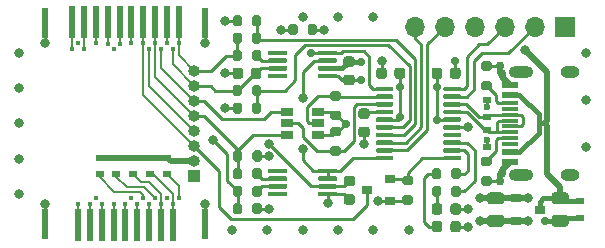
<source format=gbr>
%TF.GenerationSoftware,KiCad,Pcbnew,5.1.9-73d0e3b20d~88~ubuntu20.04.1*%
%TF.CreationDate,2021-05-17T23:31:09+02:00*%
%TF.ProjectId,wally,77616c6c-792e-46b6-9963-61645f706362,v1.02*%
%TF.SameCoordinates,Original*%
%TF.FileFunction,Copper,L1,Top*%
%TF.FilePolarity,Positive*%
%FSLAX46Y46*%
G04 Gerber Fmt 4.6, Leading zero omitted, Abs format (unit mm)*
G04 Created by KiCad (PCBNEW 5.1.9-73d0e3b20d~88~ubuntu20.04.1) date 2021-05-17 23:31:09*
%MOMM*%
%LPD*%
G01*
G04 APERTURE LIST*
%TA.AperFunction,ComponentPad*%
%ADD10O,1.600000X1.000000*%
%TD*%
%TA.AperFunction,ComponentPad*%
%ADD11O,2.100000X1.000000*%
%TD*%
%TA.AperFunction,SMDPad,CuDef*%
%ADD12R,1.450000X0.300000*%
%TD*%
%TA.AperFunction,SMDPad,CuDef*%
%ADD13R,1.450000X0.600000*%
%TD*%
%TA.AperFunction,SMDPad,CuDef*%
%ADD14R,0.900000X0.800000*%
%TD*%
%TA.AperFunction,SMDPad,CuDef*%
%ADD15R,0.600000X2.600000*%
%TD*%
%TA.AperFunction,SMDPad,CuDef*%
%ADD16R,0.500000X2.800000*%
%TD*%
%TA.AperFunction,ComponentPad*%
%ADD17R,1.000000X1.000000*%
%TD*%
%TA.AperFunction,ComponentPad*%
%ADD18O,1.000000X1.000000*%
%TD*%
%TA.AperFunction,SMDPad,CuDef*%
%ADD19R,0.700000X0.600000*%
%TD*%
%TA.AperFunction,ComponentPad*%
%ADD20R,1.700000X1.700000*%
%TD*%
%TA.AperFunction,ComponentPad*%
%ADD21O,1.700000X1.700000*%
%TD*%
%TA.AperFunction,SMDPad,CuDef*%
%ADD22R,1.000000X0.700000*%
%TD*%
%TA.AperFunction,ViaPad*%
%ADD23C,0.400000*%
%TD*%
%TA.AperFunction,ViaPad*%
%ADD24C,0.800000*%
%TD*%
%TA.AperFunction,ViaPad*%
%ADD25C,0.700000*%
%TD*%
%TA.AperFunction,ViaPad*%
%ADD26C,0.750000*%
%TD*%
%TA.AperFunction,ViaPad*%
%ADD27C,0.600000*%
%TD*%
%TA.AperFunction,Conductor*%
%ADD28C,0.200000*%
%TD*%
%TA.AperFunction,Conductor*%
%ADD29C,0.500000*%
%TD*%
%TA.AperFunction,Conductor*%
%ADD30C,0.400000*%
%TD*%
%TA.AperFunction,Conductor*%
%ADD31C,0.250000*%
%TD*%
%TA.AperFunction,Conductor*%
%ADD32C,0.450000*%
%TD*%
G04 APERTURE END LIST*
D10*
%TO.P,J1,S3*%
%TO.N,N/C*%
X172650000Y-95680000D03*
%TO.P,J1,S4*%
X172650000Y-104320000D03*
D11*
%TO.P,J1,S1*%
X168470000Y-104320000D03*
%TO.P,J1,S2*%
X168470000Y-95680000D03*
D12*
%TO.P,J1,A6*%
%TO.N,usb_dp*%
X167555000Y-100250000D03*
%TO.P,J1,B5*%
%TO.N,Net-(J1-PadB5)*%
X167555000Y-98250000D03*
%TO.P,J1,A8*%
%TO.N,N/C*%
X167555000Y-98750000D03*
%TO.P,J1,B6*%
%TO.N,usb_dp*%
X167555000Y-99250000D03*
%TO.P,J1,A7*%
%TO.N,usb_dm*%
X167555000Y-99750000D03*
%TO.P,J1,B7*%
X167555000Y-100750000D03*
%TO.P,J1,A5*%
%TO.N,Net-(J1-PadA5)*%
X167555000Y-101250000D03*
%TO.P,J1,B8*%
%TO.N,N/C*%
X167555000Y-101750000D03*
D13*
%TO.P,J1,A12*%
%TO.N,GND*%
X167555000Y-96750000D03*
%TO.P,J1,B4*%
%TO.N,+5V*%
X167555000Y-97550000D03*
%TO.P,J1,A4*%
X167555000Y-102450000D03*
%TO.P,J1,A1*%
%TO.N,GND*%
X167555000Y-103250000D03*
%TO.P,J1,B12*%
X167555000Y-103250000D03*
%TO.P,J1,B9*%
%TO.N,+5V*%
X167555000Y-102450000D03*
%TO.P,J1,A9*%
X167555000Y-97550000D03*
%TO.P,J1,B1*%
%TO.N,GND*%
X167555000Y-96750000D03*
%TD*%
D14*
%TO.P,Q4,1*%
%TO.N,+3V3*%
X157430000Y-106600000D03*
%TO.P,Q4,2*%
%TO.N,hdmi_cec_in*%
X157430000Y-104700000D03*
%TO.P,Q4,3*%
%TO.N,hdmi_cec*%
X155430000Y-105650000D03*
%TD*%
D15*
%TO.P,J2,SH*%
%TO.N,GND*%
X141775000Y-108500000D03*
X128225000Y-108500000D03*
D16*
%TO.P,J2,18*%
%TO.N,hdmi_5v*%
X139000000Y-108600000D03*
%TO.P,J2,16*%
%TO.N,hdmi_sda*%
X138000000Y-108600000D03*
%TO.P,J2,14*%
%TO.N,hdmi_utility*%
X137000000Y-108600000D03*
%TO.P,J2,12*%
%TO.N,Net-(J2-Pad12)*%
X136000000Y-108600000D03*
%TO.P,J2,10*%
%TO.N,Net-(J2-Pad10)*%
X135000000Y-108600000D03*
%TO.P,J2,8*%
%TO.N,GND*%
X134000000Y-108600000D03*
%TO.P,J2,6*%
%TO.N,Net-(J2-Pad6)*%
X133000000Y-108600000D03*
%TO.P,J2,4*%
%TO.N,Net-(J2-Pad4)*%
X132000000Y-108600000D03*
%TO.P,J2,2*%
%TO.N,GND*%
X131000000Y-108600000D03*
%TD*%
%TO.P,J3,1*%
%TO.N,Net-(J2-Pad1)*%
X130500000Y-91400000D03*
%TO.P,J3,3*%
%TO.N,Net-(J2-Pad3)*%
X131500000Y-91400000D03*
%TO.P,J3,5*%
%TO.N,GND*%
X132500000Y-91400000D03*
%TO.P,J3,7*%
%TO.N,Net-(J2-Pad7)*%
X133500000Y-91400000D03*
%TO.P,J3,9*%
%TO.N,Net-(J2-Pad9)*%
X134500000Y-91400000D03*
%TO.P,J3,11*%
%TO.N,GND*%
X135500000Y-91400000D03*
%TO.P,J3,13*%
%TO.N,hdmi_cec*%
X136500000Y-91400000D03*
%TO.P,J3,15*%
%TO.N,hdmi_scl*%
X137500000Y-91400000D03*
%TO.P,J3,17*%
%TO.N,GND*%
X138500000Y-91400000D03*
%TO.P,J3,19*%
%TO.N,hdmi_hpd*%
X139500000Y-91400000D03*
D15*
%TO.P,J3,SH*%
%TO.N,GND*%
X128225000Y-91500000D03*
X141775000Y-91500000D03*
%TD*%
%TO.P,C4,2*%
%TO.N,+5V*%
%TA.AperFunction,SMDPad,CuDef*%
G36*
G01*
X172275000Y-106840000D02*
X171325000Y-106840000D01*
G75*
G02*
X171075000Y-106590000I0J250000D01*
G01*
X171075000Y-106090000D01*
G75*
G02*
X171325000Y-105840000I250000J0D01*
G01*
X172275000Y-105840000D01*
G75*
G02*
X172525000Y-106090000I0J-250000D01*
G01*
X172525000Y-106590000D01*
G75*
G02*
X172275000Y-106840000I-250000J0D01*
G01*
G37*
%TD.AperFunction*%
%TO.P,C4,1*%
%TO.N,GND*%
%TA.AperFunction,SMDPad,CuDef*%
G36*
G01*
X172275000Y-108740000D02*
X171325000Y-108740000D01*
G75*
G02*
X171075000Y-108490000I0J250000D01*
G01*
X171075000Y-107990000D01*
G75*
G02*
X171325000Y-107740000I250000J0D01*
G01*
X172275000Y-107740000D01*
G75*
G02*
X172525000Y-107990000I0J-250000D01*
G01*
X172525000Y-108490000D01*
G75*
G02*
X172275000Y-108740000I-250000J0D01*
G01*
G37*
%TD.AperFunction*%
%TD*%
%TO.P,C5,1*%
%TO.N,+3V3*%
%TA.AperFunction,SMDPad,CuDef*%
G36*
G01*
X166815000Y-108740000D02*
X165865000Y-108740000D01*
G75*
G02*
X165615000Y-108490000I0J250000D01*
G01*
X165615000Y-107990000D01*
G75*
G02*
X165865000Y-107740000I250000J0D01*
G01*
X166815000Y-107740000D01*
G75*
G02*
X167065000Y-107990000I0J-250000D01*
G01*
X167065000Y-108490000D01*
G75*
G02*
X166815000Y-108740000I-250000J0D01*
G01*
G37*
%TD.AperFunction*%
%TO.P,C5,2*%
%TO.N,GND*%
%TA.AperFunction,SMDPad,CuDef*%
G36*
G01*
X166815000Y-106840000D02*
X165865000Y-106840000D01*
G75*
G02*
X165615000Y-106590000I0J250000D01*
G01*
X165615000Y-106090000D01*
G75*
G02*
X165865000Y-105840000I250000J0D01*
G01*
X166815000Y-105840000D01*
G75*
G02*
X167065000Y-106090000I0J-250000D01*
G01*
X167065000Y-106590000D01*
G75*
G02*
X166815000Y-106840000I-250000J0D01*
G01*
G37*
%TD.AperFunction*%
%TD*%
%TO.P,U1,20*%
%TO.N,swclk*%
%TA.AperFunction,SMDPad,CuDef*%
G36*
G01*
X161925000Y-97175000D02*
X161925000Y-96975000D01*
G75*
G02*
X162025000Y-96875000I100000J0D01*
G01*
X163300000Y-96875000D01*
G75*
G02*
X163400000Y-96975000I0J-100000D01*
G01*
X163400000Y-97175000D01*
G75*
G02*
X163300000Y-97275000I-100000J0D01*
G01*
X162025000Y-97275000D01*
G75*
G02*
X161925000Y-97175000I0J100000D01*
G01*
G37*
%TD.AperFunction*%
%TO.P,U1,19*%
%TO.N,swdio*%
%TA.AperFunction,SMDPad,CuDef*%
G36*
G01*
X161925000Y-97825000D02*
X161925000Y-97625000D01*
G75*
G02*
X162025000Y-97525000I100000J0D01*
G01*
X163300000Y-97525000D01*
G75*
G02*
X163400000Y-97625000I0J-100000D01*
G01*
X163400000Y-97825000D01*
G75*
G02*
X163300000Y-97925000I-100000J0D01*
G01*
X162025000Y-97925000D01*
G75*
G02*
X161925000Y-97825000I0J100000D01*
G01*
G37*
%TD.AperFunction*%
%TO.P,U1,18*%
%TO.N,usb_dp*%
%TA.AperFunction,SMDPad,CuDef*%
G36*
G01*
X161925000Y-98475000D02*
X161925000Y-98275000D01*
G75*
G02*
X162025000Y-98175000I100000J0D01*
G01*
X163300000Y-98175000D01*
G75*
G02*
X163400000Y-98275000I0J-100000D01*
G01*
X163400000Y-98475000D01*
G75*
G02*
X163300000Y-98575000I-100000J0D01*
G01*
X162025000Y-98575000D01*
G75*
G02*
X161925000Y-98475000I0J100000D01*
G01*
G37*
%TD.AperFunction*%
%TO.P,U1,17*%
%TO.N,usb_dm*%
%TA.AperFunction,SMDPad,CuDef*%
G36*
G01*
X161925000Y-99125000D02*
X161925000Y-98925000D01*
G75*
G02*
X162025000Y-98825000I100000J0D01*
G01*
X163300000Y-98825000D01*
G75*
G02*
X163400000Y-98925000I0J-100000D01*
G01*
X163400000Y-99125000D01*
G75*
G02*
X163300000Y-99225000I-100000J0D01*
G01*
X162025000Y-99225000D01*
G75*
G02*
X161925000Y-99125000I0J100000D01*
G01*
G37*
%TD.AperFunction*%
%TO.P,U1,16*%
%TO.N,+3V3*%
%TA.AperFunction,SMDPad,CuDef*%
G36*
G01*
X161925000Y-99775000D02*
X161925000Y-99575000D01*
G75*
G02*
X162025000Y-99475000I100000J0D01*
G01*
X163300000Y-99475000D01*
G75*
G02*
X163400000Y-99575000I0J-100000D01*
G01*
X163400000Y-99775000D01*
G75*
G02*
X163300000Y-99875000I-100000J0D01*
G01*
X162025000Y-99875000D01*
G75*
G02*
X161925000Y-99775000I0J100000D01*
G01*
G37*
%TD.AperFunction*%
%TO.P,U1,15*%
%TO.N,GND*%
%TA.AperFunction,SMDPad,CuDef*%
G36*
G01*
X161925000Y-100425000D02*
X161925000Y-100225000D01*
G75*
G02*
X162025000Y-100125000I100000J0D01*
G01*
X163300000Y-100125000D01*
G75*
G02*
X163400000Y-100225000I0J-100000D01*
G01*
X163400000Y-100425000D01*
G75*
G02*
X163300000Y-100525000I-100000J0D01*
G01*
X162025000Y-100525000D01*
G75*
G02*
X161925000Y-100425000I0J100000D01*
G01*
G37*
%TD.AperFunction*%
%TO.P,U1,14*%
%TO.N,N/C*%
%TA.AperFunction,SMDPad,CuDef*%
G36*
G01*
X161925000Y-101075000D02*
X161925000Y-100875000D01*
G75*
G02*
X162025000Y-100775000I100000J0D01*
G01*
X163300000Y-100775000D01*
G75*
G02*
X163400000Y-100875000I0J-100000D01*
G01*
X163400000Y-101075000D01*
G75*
G02*
X163300000Y-101175000I-100000J0D01*
G01*
X162025000Y-101175000D01*
G75*
G02*
X161925000Y-101075000I0J100000D01*
G01*
G37*
%TD.AperFunction*%
%TO.P,U1,13*%
%TO.N,Net-(R12-Pad1)*%
%TA.AperFunction,SMDPad,CuDef*%
G36*
G01*
X161925000Y-101725000D02*
X161925000Y-101525000D01*
G75*
G02*
X162025000Y-101425000I100000J0D01*
G01*
X163300000Y-101425000D01*
G75*
G02*
X163400000Y-101525000I0J-100000D01*
G01*
X163400000Y-101725000D01*
G75*
G02*
X163300000Y-101825000I-100000J0D01*
G01*
X162025000Y-101825000D01*
G75*
G02*
X161925000Y-101725000I0J100000D01*
G01*
G37*
%TD.AperFunction*%
%TO.P,U1,12*%
%TO.N,Net-(R8-Pad1)*%
%TA.AperFunction,SMDPad,CuDef*%
G36*
G01*
X161925000Y-102375000D02*
X161925000Y-102175000D01*
G75*
G02*
X162025000Y-102075000I100000J0D01*
G01*
X163300000Y-102075000D01*
G75*
G02*
X163400000Y-102175000I0J-100000D01*
G01*
X163400000Y-102375000D01*
G75*
G02*
X163300000Y-102475000I-100000J0D01*
G01*
X162025000Y-102475000D01*
G75*
G02*
X161925000Y-102375000I0J100000D01*
G01*
G37*
%TD.AperFunction*%
%TO.P,U1,11*%
%TO.N,hdmi_cec_in*%
%TA.AperFunction,SMDPad,CuDef*%
G36*
G01*
X161925000Y-103025000D02*
X161925000Y-102825000D01*
G75*
G02*
X162025000Y-102725000I100000J0D01*
G01*
X163300000Y-102725000D01*
G75*
G02*
X163400000Y-102825000I0J-100000D01*
G01*
X163400000Y-103025000D01*
G75*
G02*
X163300000Y-103125000I-100000J0D01*
G01*
X162025000Y-103125000D01*
G75*
G02*
X161925000Y-103025000I0J100000D01*
G01*
G37*
%TD.AperFunction*%
%TO.P,U1,10*%
%TO.N,hdmi_5v_en*%
%TA.AperFunction,SMDPad,CuDef*%
G36*
G01*
X156200000Y-103025000D02*
X156200000Y-102825000D01*
G75*
G02*
X156300000Y-102725000I100000J0D01*
G01*
X157575000Y-102725000D01*
G75*
G02*
X157675000Y-102825000I0J-100000D01*
G01*
X157675000Y-103025000D01*
G75*
G02*
X157575000Y-103125000I-100000J0D01*
G01*
X156300000Y-103125000D01*
G75*
G02*
X156200000Y-103025000I0J100000D01*
G01*
G37*
%TD.AperFunction*%
%TO.P,U1,9*%
%TO.N,uart_rx*%
%TA.AperFunction,SMDPad,CuDef*%
G36*
G01*
X156200000Y-102375000D02*
X156200000Y-102175000D01*
G75*
G02*
X156300000Y-102075000I100000J0D01*
G01*
X157575000Y-102075000D01*
G75*
G02*
X157675000Y-102175000I0J-100000D01*
G01*
X157675000Y-102375000D01*
G75*
G02*
X157575000Y-102475000I-100000J0D01*
G01*
X156300000Y-102475000D01*
G75*
G02*
X156200000Y-102375000I0J100000D01*
G01*
G37*
%TD.AperFunction*%
%TO.P,U1,8*%
%TO.N,uart_tx*%
%TA.AperFunction,SMDPad,CuDef*%
G36*
G01*
X156200000Y-101725000D02*
X156200000Y-101525000D01*
G75*
G02*
X156300000Y-101425000I100000J0D01*
G01*
X157575000Y-101425000D01*
G75*
G02*
X157675000Y-101525000I0J-100000D01*
G01*
X157675000Y-101725000D01*
G75*
G02*
X157575000Y-101825000I-100000J0D01*
G01*
X156300000Y-101825000D01*
G75*
G02*
X156200000Y-101725000I0J100000D01*
G01*
G37*
%TD.AperFunction*%
%TO.P,U1,7*%
%TO.N,hdmi_hpd_in*%
%TA.AperFunction,SMDPad,CuDef*%
G36*
G01*
X156200000Y-101075000D02*
X156200000Y-100875000D01*
G75*
G02*
X156300000Y-100775000I100000J0D01*
G01*
X157575000Y-100775000D01*
G75*
G02*
X157675000Y-100875000I0J-100000D01*
G01*
X157675000Y-101075000D01*
G75*
G02*
X157575000Y-101175000I-100000J0D01*
G01*
X156300000Y-101175000D01*
G75*
G02*
X156200000Y-101075000I0J100000D01*
G01*
G37*
%TD.AperFunction*%
%TO.P,U1,6*%
%TO.N,hdmi_5v_in*%
%TA.AperFunction,SMDPad,CuDef*%
G36*
G01*
X156200000Y-100425000D02*
X156200000Y-100225000D01*
G75*
G02*
X156300000Y-100125000I100000J0D01*
G01*
X157575000Y-100125000D01*
G75*
G02*
X157675000Y-100225000I0J-100000D01*
G01*
X157675000Y-100425000D01*
G75*
G02*
X157575000Y-100525000I-100000J0D01*
G01*
X156300000Y-100525000D01*
G75*
G02*
X156200000Y-100425000I0J100000D01*
G01*
G37*
%TD.AperFunction*%
%TO.P,U1,5*%
%TO.N,+3V3*%
%TA.AperFunction,SMDPad,CuDef*%
G36*
G01*
X156200000Y-99775000D02*
X156200000Y-99575000D01*
G75*
G02*
X156300000Y-99475000I100000J0D01*
G01*
X157575000Y-99475000D01*
G75*
G02*
X157675000Y-99575000I0J-100000D01*
G01*
X157675000Y-99775000D01*
G75*
G02*
X157575000Y-99875000I-100000J0D01*
G01*
X156300000Y-99875000D01*
G75*
G02*
X156200000Y-99775000I0J100000D01*
G01*
G37*
%TD.AperFunction*%
%TO.P,U1,4*%
%TO.N,Net-(C1-Pad2)*%
%TA.AperFunction,SMDPad,CuDef*%
G36*
G01*
X156200000Y-99125000D02*
X156200000Y-98925000D01*
G75*
G02*
X156300000Y-98825000I100000J0D01*
G01*
X157575000Y-98825000D01*
G75*
G02*
X157675000Y-98925000I0J-100000D01*
G01*
X157675000Y-99125000D01*
G75*
G02*
X157575000Y-99225000I-100000J0D01*
G01*
X156300000Y-99225000D01*
G75*
G02*
X156200000Y-99125000I0J100000D01*
G01*
G37*
%TD.AperFunction*%
%TO.P,U1,3*%
%TO.N,i2c_scl*%
%TA.AperFunction,SMDPad,CuDef*%
G36*
G01*
X156200000Y-98475000D02*
X156200000Y-98275000D01*
G75*
G02*
X156300000Y-98175000I100000J0D01*
G01*
X157575000Y-98175000D01*
G75*
G02*
X157675000Y-98275000I0J-100000D01*
G01*
X157675000Y-98475000D01*
G75*
G02*
X157575000Y-98575000I-100000J0D01*
G01*
X156300000Y-98575000D01*
G75*
G02*
X156200000Y-98475000I0J100000D01*
G01*
G37*
%TD.AperFunction*%
%TO.P,U1,2*%
%TO.N,i2c_sda*%
%TA.AperFunction,SMDPad,CuDef*%
G36*
G01*
X156200000Y-97825000D02*
X156200000Y-97625000D01*
G75*
G02*
X156300000Y-97525000I100000J0D01*
G01*
X157575000Y-97525000D01*
G75*
G02*
X157675000Y-97625000I0J-100000D01*
G01*
X157675000Y-97825000D01*
G75*
G02*
X157575000Y-97925000I-100000J0D01*
G01*
X156300000Y-97925000D01*
G75*
G02*
X156200000Y-97825000I0J100000D01*
G01*
G37*
%TD.AperFunction*%
%TO.P,U1,1*%
%TO.N,hdmi_hpd_en*%
%TA.AperFunction,SMDPad,CuDef*%
G36*
G01*
X156200000Y-97175000D02*
X156200000Y-96975000D01*
G75*
G02*
X156300000Y-96875000I100000J0D01*
G01*
X157575000Y-96875000D01*
G75*
G02*
X157675000Y-96975000I0J-100000D01*
G01*
X157675000Y-97175000D01*
G75*
G02*
X157575000Y-97275000I-100000J0D01*
G01*
X156300000Y-97275000D01*
G75*
G02*
X156200000Y-97175000I0J100000D01*
G01*
G37*
%TD.AperFunction*%
%TD*%
D14*
%TO.P,U2,3*%
%TO.N,+5V*%
X170070000Y-107290000D03*
%TO.P,U2,2*%
%TO.N,+3V3*%
X168070000Y-108240000D03*
%TO.P,U2,1*%
%TO.N,GND*%
X168070000Y-106340000D03*
%TD*%
D17*
%TO.P,J5,1*%
%TO.N,+5V*%
X140830000Y-104447000D03*
D18*
%TO.P,J5,2*%
%TO.N,GND*%
X140830000Y-103177000D03*
%TO.P,J5,3*%
%TO.N,hdmi_cec*%
X140830000Y-101907000D03*
%TO.P,J5,4*%
%TO.N,hdmi_utility*%
X140830000Y-100637000D03*
%TO.P,J5,5*%
%TO.N,hdmi_scl*%
X140830000Y-99367000D03*
%TO.P,J5,6*%
%TO.N,hdmi_sda*%
X140830000Y-98097000D03*
%TO.P,J5,7*%
%TO.N,hdmi_5v*%
X140830000Y-96827000D03*
%TO.P,J5,8*%
%TO.N,hdmi_hpd*%
X140830000Y-95557000D03*
%TD*%
D19*
%TO.P,D2,2*%
%TO.N,GND*%
X165600000Y-98030000D03*
%TO.P,D2,1*%
%TO.N,usb_dp*%
X165600000Y-99430000D03*
%TD*%
%TO.P,D3,1*%
%TO.N,usb_dm*%
X165600000Y-100570000D03*
%TO.P,D3,2*%
%TO.N,GND*%
X165600000Y-101970000D03*
%TD*%
%TO.P,D5,2*%
%TO.N,GND*%
X173510000Y-107990000D03*
%TO.P,D5,1*%
%TO.N,+5V*%
X173510000Y-106590000D03*
%TD*%
D20*
%TO.P,J4,1*%
%TO.N,GND*%
X172200000Y-91800000D03*
D21*
%TO.P,J4,2*%
%TO.N,swdio*%
X169660000Y-91800000D03*
%TO.P,J4,3*%
%TO.N,swclk*%
X167120000Y-91800000D03*
%TO.P,J4,4*%
%TO.N,GND*%
X164580000Y-91800000D03*
%TO.P,J4,5*%
%TO.N,uart_rx*%
X162040000Y-91800000D03*
%TO.P,J4,6*%
%TO.N,uart_tx*%
X159500000Y-91800000D03*
%TD*%
D19*
%TO.P,D1,1*%
%TO.N,hdmi_hpd*%
X138540000Y-104296000D03*
%TO.P,D1,2*%
%TO.N,GND*%
X138540000Y-102896000D03*
%TD*%
%TO.P,D7,1*%
%TO.N,hdmi_5v*%
X137110000Y-104296000D03*
%TO.P,D7,2*%
%TO.N,GND*%
X137110000Y-102896000D03*
%TD*%
%TO.P,D8,2*%
%TO.N,GND*%
X134240000Y-102896000D03*
%TO.P,D8,1*%
%TO.N,hdmi_scl*%
X134240000Y-104296000D03*
%TD*%
%TO.P,D9,1*%
%TO.N,hdmi_sda*%
X135680000Y-104296000D03*
%TO.P,D9,2*%
%TO.N,GND*%
X135680000Y-102896000D03*
%TD*%
%TO.P,D10,2*%
%TO.N,GND*%
X132810000Y-102896000D03*
%TO.P,D10,1*%
%TO.N,hdmi_cec*%
X132810000Y-104296000D03*
%TD*%
D22*
%TO.P,Q1,1*%
%TO.N,+3V3*%
X151300000Y-100950000D03*
%TO.P,Q1,2*%
%TO.N,i2c_sda*%
X151300000Y-100000000D03*
%TO.P,Q1,3*%
%TO.N,+3V3*%
X151300000Y-99050000D03*
%TO.P,Q1,4*%
%TO.N,hdmi_sda*%
X148700000Y-99050000D03*
%TO.P,Q1,6*%
%TO.N,hdmi_scl*%
X148700000Y-100950000D03*
%TO.P,Q1,5*%
%TO.N,i2c_scl*%
X148700000Y-100000000D03*
%TD*%
%TO.P,U3,8*%
%TO.N,N/C*%
%TA.AperFunction,SMDPad,CuDef*%
G36*
G01*
X148690000Y-95875000D02*
X148690000Y-96075000D01*
G75*
G02*
X148590000Y-96175000I-100000J0D01*
G01*
X147165000Y-96175000D01*
G75*
G02*
X147065000Y-96075000I0J100000D01*
G01*
X147065000Y-95875000D01*
G75*
G02*
X147165000Y-95775000I100000J0D01*
G01*
X148590000Y-95775000D01*
G75*
G02*
X148690000Y-95875000I0J-100000D01*
G01*
G37*
%TD.AperFunction*%
%TO.P,U3,7*%
%TO.N,hdmi_5v*%
%TA.AperFunction,SMDPad,CuDef*%
G36*
G01*
X148690000Y-95225000D02*
X148690000Y-95425000D01*
G75*
G02*
X148590000Y-95525000I-100000J0D01*
G01*
X147165000Y-95525000D01*
G75*
G02*
X147065000Y-95425000I0J100000D01*
G01*
X147065000Y-95225000D01*
G75*
G02*
X147165000Y-95125000I100000J0D01*
G01*
X148590000Y-95125000D01*
G75*
G02*
X148690000Y-95225000I0J-100000D01*
G01*
G37*
%TD.AperFunction*%
%TO.P,U3,6*%
%TO.N,Net-(R9-Pad1)*%
%TA.AperFunction,SMDPad,CuDef*%
G36*
G01*
X148690000Y-94575000D02*
X148690000Y-94775000D01*
G75*
G02*
X148590000Y-94875000I-100000J0D01*
G01*
X147165000Y-94875000D01*
G75*
G02*
X147065000Y-94775000I0J100000D01*
G01*
X147065000Y-94575000D01*
G75*
G02*
X147165000Y-94475000I100000J0D01*
G01*
X148590000Y-94475000D01*
G75*
G02*
X148690000Y-94575000I0J-100000D01*
G01*
G37*
%TD.AperFunction*%
%TO.P,U3,5*%
%TO.N,N/C*%
%TA.AperFunction,SMDPad,CuDef*%
G36*
G01*
X148690000Y-93925000D02*
X148690000Y-94125000D01*
G75*
G02*
X148590000Y-94225000I-100000J0D01*
G01*
X147165000Y-94225000D01*
G75*
G02*
X147065000Y-94125000I0J100000D01*
G01*
X147065000Y-93925000D01*
G75*
G02*
X147165000Y-93825000I100000J0D01*
G01*
X148590000Y-93825000D01*
G75*
G02*
X148690000Y-93925000I0J-100000D01*
G01*
G37*
%TD.AperFunction*%
%TO.P,U3,4*%
%TO.N,hdmi_hpd_en*%
%TA.AperFunction,SMDPad,CuDef*%
G36*
G01*
X152915000Y-93925000D02*
X152915000Y-94125000D01*
G75*
G02*
X152815000Y-94225000I-100000J0D01*
G01*
X151390000Y-94225000D01*
G75*
G02*
X151290000Y-94125000I0J100000D01*
G01*
X151290000Y-93925000D01*
G75*
G02*
X151390000Y-93825000I100000J0D01*
G01*
X152815000Y-93825000D01*
G75*
G02*
X152915000Y-93925000I0J-100000D01*
G01*
G37*
%TD.AperFunction*%
%TO.P,U3,3*%
%TO.N,hdmi_5v_en*%
%TA.AperFunction,SMDPad,CuDef*%
G36*
G01*
X152915000Y-94575000D02*
X152915000Y-94775000D01*
G75*
G02*
X152815000Y-94875000I-100000J0D01*
G01*
X151390000Y-94875000D01*
G75*
G02*
X151290000Y-94775000I0J100000D01*
G01*
X151290000Y-94575000D01*
G75*
G02*
X151390000Y-94475000I100000J0D01*
G01*
X152815000Y-94475000D01*
G75*
G02*
X152915000Y-94575000I0J-100000D01*
G01*
G37*
%TD.AperFunction*%
%TO.P,U3,2*%
%TO.N,+5V*%
%TA.AperFunction,SMDPad,CuDef*%
G36*
G01*
X152915000Y-95225000D02*
X152915000Y-95425000D01*
G75*
G02*
X152815000Y-95525000I-100000J0D01*
G01*
X151390000Y-95525000D01*
G75*
G02*
X151290000Y-95425000I0J100000D01*
G01*
X151290000Y-95225000D01*
G75*
G02*
X151390000Y-95125000I100000J0D01*
G01*
X152815000Y-95125000D01*
G75*
G02*
X152915000Y-95225000I0J-100000D01*
G01*
G37*
%TD.AperFunction*%
%TO.P,U3,1*%
%TO.N,GND*%
%TA.AperFunction,SMDPad,CuDef*%
G36*
G01*
X152915000Y-95875000D02*
X152915000Y-96075000D01*
G75*
G02*
X152815000Y-96175000I-100000J0D01*
G01*
X151390000Y-96175000D01*
G75*
G02*
X151290000Y-96075000I0J100000D01*
G01*
X151290000Y-95875000D01*
G75*
G02*
X151390000Y-95775000I100000J0D01*
G01*
X152815000Y-95775000D01*
G75*
G02*
X152915000Y-95875000I0J-100000D01*
G01*
G37*
%TD.AperFunction*%
%TD*%
%TO.P,U4,1*%
%TO.N,GND*%
%TA.AperFunction,SMDPad,CuDef*%
G36*
G01*
X152925000Y-105875000D02*
X152925000Y-106075000D01*
G75*
G02*
X152825000Y-106175000I-100000J0D01*
G01*
X151400000Y-106175000D01*
G75*
G02*
X151300000Y-106075000I0J100000D01*
G01*
X151300000Y-105875000D01*
G75*
G02*
X151400000Y-105775000I100000J0D01*
G01*
X152825000Y-105775000D01*
G75*
G02*
X152925000Y-105875000I0J-100000D01*
G01*
G37*
%TD.AperFunction*%
%TO.P,U4,2*%
%TO.N,+5V*%
%TA.AperFunction,SMDPad,CuDef*%
G36*
G01*
X152925000Y-105225000D02*
X152925000Y-105425000D01*
G75*
G02*
X152825000Y-105525000I-100000J0D01*
G01*
X151400000Y-105525000D01*
G75*
G02*
X151300000Y-105425000I0J100000D01*
G01*
X151300000Y-105225000D01*
G75*
G02*
X151400000Y-105125000I100000J0D01*
G01*
X152825000Y-105125000D01*
G75*
G02*
X152925000Y-105225000I0J-100000D01*
G01*
G37*
%TD.AperFunction*%
%TO.P,U4,3*%
%TO.N,hdmi_5v_en*%
%TA.AperFunction,SMDPad,CuDef*%
G36*
G01*
X152925000Y-104575000D02*
X152925000Y-104775000D01*
G75*
G02*
X152825000Y-104875000I-100000J0D01*
G01*
X151400000Y-104875000D01*
G75*
G02*
X151300000Y-104775000I0J100000D01*
G01*
X151300000Y-104575000D01*
G75*
G02*
X151400000Y-104475000I100000J0D01*
G01*
X152825000Y-104475000D01*
G75*
G02*
X152925000Y-104575000I0J-100000D01*
G01*
G37*
%TD.AperFunction*%
%TO.P,U4,4*%
%TA.AperFunction,SMDPad,CuDef*%
G36*
G01*
X152925000Y-103925000D02*
X152925000Y-104125000D01*
G75*
G02*
X152825000Y-104225000I-100000J0D01*
G01*
X151400000Y-104225000D01*
G75*
G02*
X151300000Y-104125000I0J100000D01*
G01*
X151300000Y-103925000D01*
G75*
G02*
X151400000Y-103825000I100000J0D01*
G01*
X152825000Y-103825000D01*
G75*
G02*
X152925000Y-103925000I0J-100000D01*
G01*
G37*
%TD.AperFunction*%
%TO.P,U4,5*%
%TO.N,N/C*%
%TA.AperFunction,SMDPad,CuDef*%
G36*
G01*
X148700000Y-103925000D02*
X148700000Y-104125000D01*
G75*
G02*
X148600000Y-104225000I-100000J0D01*
G01*
X147175000Y-104225000D01*
G75*
G02*
X147075000Y-104125000I0J100000D01*
G01*
X147075000Y-103925000D01*
G75*
G02*
X147175000Y-103825000I100000J0D01*
G01*
X148600000Y-103825000D01*
G75*
G02*
X148700000Y-103925000I0J-100000D01*
G01*
G37*
%TD.AperFunction*%
%TO.P,U4,6*%
%TO.N,Net-(R18-Pad1)*%
%TA.AperFunction,SMDPad,CuDef*%
G36*
G01*
X148700000Y-104575000D02*
X148700000Y-104775000D01*
G75*
G02*
X148600000Y-104875000I-100000J0D01*
G01*
X147175000Y-104875000D01*
G75*
G02*
X147075000Y-104775000I0J100000D01*
G01*
X147075000Y-104575000D01*
G75*
G02*
X147175000Y-104475000I100000J0D01*
G01*
X148600000Y-104475000D01*
G75*
G02*
X148700000Y-104575000I0J-100000D01*
G01*
G37*
%TD.AperFunction*%
%TO.P,U4,7*%
%TO.N,Net-(R17-Pad1)*%
%TA.AperFunction,SMDPad,CuDef*%
G36*
G01*
X148700000Y-105225000D02*
X148700000Y-105425000D01*
G75*
G02*
X148600000Y-105525000I-100000J0D01*
G01*
X147175000Y-105525000D01*
G75*
G02*
X147075000Y-105425000I0J100000D01*
G01*
X147075000Y-105225000D01*
G75*
G02*
X147175000Y-105125000I100000J0D01*
G01*
X148600000Y-105125000D01*
G75*
G02*
X148700000Y-105225000I0J-100000D01*
G01*
G37*
%TD.AperFunction*%
%TO.P,U4,8*%
%TO.N,N/C*%
%TA.AperFunction,SMDPad,CuDef*%
G36*
G01*
X148700000Y-105875000D02*
X148700000Y-106075000D01*
G75*
G02*
X148600000Y-106175000I-100000J0D01*
G01*
X147175000Y-106175000D01*
G75*
G02*
X147075000Y-106075000I0J100000D01*
G01*
X147075000Y-105875000D01*
G75*
G02*
X147175000Y-105775000I100000J0D01*
G01*
X148600000Y-105775000D01*
G75*
G02*
X148700000Y-105875000I0J-100000D01*
G01*
G37*
%TD.AperFunction*%
%TD*%
%TO.P,C1,1*%
%TO.N,GND*%
%TA.AperFunction,SMDPad,CuDef*%
G36*
G01*
X155440000Y-101170000D02*
X154940000Y-101170000D01*
G75*
G02*
X154715000Y-100945000I0J225000D01*
G01*
X154715000Y-100495000D01*
G75*
G02*
X154940000Y-100270000I225000J0D01*
G01*
X155440000Y-100270000D01*
G75*
G02*
X155665000Y-100495000I0J-225000D01*
G01*
X155665000Y-100945000D01*
G75*
G02*
X155440000Y-101170000I-225000J0D01*
G01*
G37*
%TD.AperFunction*%
%TO.P,C1,2*%
%TO.N,Net-(C1-Pad2)*%
%TA.AperFunction,SMDPad,CuDef*%
G36*
G01*
X155440000Y-99620000D02*
X154940000Y-99620000D01*
G75*
G02*
X154715000Y-99395000I0J225000D01*
G01*
X154715000Y-98945000D01*
G75*
G02*
X154940000Y-98720000I225000J0D01*
G01*
X155440000Y-98720000D01*
G75*
G02*
X155665000Y-98945000I0J-225000D01*
G01*
X155665000Y-99395000D01*
G75*
G02*
X155440000Y-99620000I-225000J0D01*
G01*
G37*
%TD.AperFunction*%
%TD*%
%TO.P,C2,2*%
%TO.N,+3V3*%
%TA.AperFunction,SMDPad,CuDef*%
G36*
G01*
X157780000Y-96000000D02*
X157780000Y-95500000D01*
G75*
G02*
X158005000Y-95275000I225000J0D01*
G01*
X158455000Y-95275000D01*
G75*
G02*
X158680000Y-95500000I0J-225000D01*
G01*
X158680000Y-96000000D01*
G75*
G02*
X158455000Y-96225000I-225000J0D01*
G01*
X158005000Y-96225000D01*
G75*
G02*
X157780000Y-96000000I0J225000D01*
G01*
G37*
%TD.AperFunction*%
%TO.P,C2,1*%
%TO.N,GND*%
%TA.AperFunction,SMDPad,CuDef*%
G36*
G01*
X156230000Y-96000000D02*
X156230000Y-95500000D01*
G75*
G02*
X156455000Y-95275000I225000J0D01*
G01*
X156905000Y-95275000D01*
G75*
G02*
X157130000Y-95500000I0J-225000D01*
G01*
X157130000Y-96000000D01*
G75*
G02*
X156905000Y-96225000I-225000J0D01*
G01*
X156455000Y-96225000D01*
G75*
G02*
X156230000Y-96000000I0J225000D01*
G01*
G37*
%TD.AperFunction*%
%TD*%
%TO.P,C3,1*%
%TO.N,GND*%
%TA.AperFunction,SMDPad,CuDef*%
G36*
G01*
X163370000Y-95500000D02*
X163370000Y-96000000D01*
G75*
G02*
X163145000Y-96225000I-225000J0D01*
G01*
X162695000Y-96225000D01*
G75*
G02*
X162470000Y-96000000I0J225000D01*
G01*
X162470000Y-95500000D01*
G75*
G02*
X162695000Y-95275000I225000J0D01*
G01*
X163145000Y-95275000D01*
G75*
G02*
X163370000Y-95500000I0J-225000D01*
G01*
G37*
%TD.AperFunction*%
%TO.P,C3,2*%
%TO.N,+3V3*%
%TA.AperFunction,SMDPad,CuDef*%
G36*
G01*
X161820000Y-95500000D02*
X161820000Y-96000000D01*
G75*
G02*
X161595000Y-96225000I-225000J0D01*
G01*
X161145000Y-96225000D01*
G75*
G02*
X160920000Y-96000000I0J225000D01*
G01*
X160920000Y-95500000D01*
G75*
G02*
X161145000Y-95275000I225000J0D01*
G01*
X161595000Y-95275000D01*
G75*
G02*
X161820000Y-95500000I0J-225000D01*
G01*
G37*
%TD.AperFunction*%
%TD*%
%TO.P,C6,2*%
%TO.N,+5V*%
%TA.AperFunction,SMDPad,CuDef*%
G36*
G01*
X154180000Y-95215000D02*
X153680000Y-95215000D01*
G75*
G02*
X153455000Y-94990000I0J225000D01*
G01*
X153455000Y-94540000D01*
G75*
G02*
X153680000Y-94315000I225000J0D01*
G01*
X154180000Y-94315000D01*
G75*
G02*
X154405000Y-94540000I0J-225000D01*
G01*
X154405000Y-94990000D01*
G75*
G02*
X154180000Y-95215000I-225000J0D01*
G01*
G37*
%TD.AperFunction*%
%TO.P,C6,1*%
%TO.N,GND*%
%TA.AperFunction,SMDPad,CuDef*%
G36*
G01*
X154180000Y-96765000D02*
X153680000Y-96765000D01*
G75*
G02*
X153455000Y-96540000I0J225000D01*
G01*
X153455000Y-96090000D01*
G75*
G02*
X153680000Y-95865000I225000J0D01*
G01*
X154180000Y-95865000D01*
G75*
G02*
X154405000Y-96090000I0J-225000D01*
G01*
X154405000Y-96540000D01*
G75*
G02*
X154180000Y-96765000I-225000J0D01*
G01*
G37*
%TD.AperFunction*%
%TD*%
%TO.P,C7,1*%
%TO.N,GND*%
%TA.AperFunction,SMDPad,CuDef*%
G36*
G01*
X154210000Y-106875000D02*
X153710000Y-106875000D01*
G75*
G02*
X153485000Y-106650000I0J225000D01*
G01*
X153485000Y-106200000D01*
G75*
G02*
X153710000Y-105975000I225000J0D01*
G01*
X154210000Y-105975000D01*
G75*
G02*
X154435000Y-106200000I0J-225000D01*
G01*
X154435000Y-106650000D01*
G75*
G02*
X154210000Y-106875000I-225000J0D01*
G01*
G37*
%TD.AperFunction*%
%TO.P,C7,2*%
%TO.N,+5V*%
%TA.AperFunction,SMDPad,CuDef*%
G36*
G01*
X154210000Y-105325000D02*
X153710000Y-105325000D01*
G75*
G02*
X153485000Y-105100000I0J225000D01*
G01*
X153485000Y-104650000D01*
G75*
G02*
X153710000Y-104425000I225000J0D01*
G01*
X154210000Y-104425000D01*
G75*
G02*
X154435000Y-104650000I0J-225000D01*
G01*
X154435000Y-105100000D01*
G75*
G02*
X154210000Y-105325000I-225000J0D01*
G01*
G37*
%TD.AperFunction*%
%TD*%
%TO.P,C8,2*%
%TO.N,GND*%
%TA.AperFunction,SMDPad,CuDef*%
G36*
G01*
X144965000Y-95495000D02*
X144965000Y-95995000D01*
G75*
G02*
X144740000Y-96220000I-225000J0D01*
G01*
X144290000Y-96220000D01*
G75*
G02*
X144065000Y-95995000I0J225000D01*
G01*
X144065000Y-95495000D01*
G75*
G02*
X144290000Y-95270000I225000J0D01*
G01*
X144740000Y-95270000D01*
G75*
G02*
X144965000Y-95495000I0J-225000D01*
G01*
G37*
%TD.AperFunction*%
%TO.P,C8,1*%
%TO.N,hdmi_5v*%
%TA.AperFunction,SMDPad,CuDef*%
G36*
G01*
X146515000Y-95495000D02*
X146515000Y-95995000D01*
G75*
G02*
X146290000Y-96220000I-225000J0D01*
G01*
X145840000Y-96220000D01*
G75*
G02*
X145615000Y-95995000I0J225000D01*
G01*
X145615000Y-95495000D01*
G75*
G02*
X145840000Y-95270000I225000J0D01*
G01*
X146290000Y-95270000D01*
G75*
G02*
X146515000Y-95495000I0J-225000D01*
G01*
G37*
%TD.AperFunction*%
%TD*%
%TO.P,D4,2*%
%TO.N,Net-(D4-Pad2)*%
%TA.AperFunction,SMDPad,CuDef*%
G36*
G01*
X161820000Y-108473750D02*
X161820000Y-108986250D01*
G75*
G02*
X161601250Y-109205000I-218750J0D01*
G01*
X161163750Y-109205000D01*
G75*
G02*
X160945000Y-108986250I0J218750D01*
G01*
X160945000Y-108473750D01*
G75*
G02*
X161163750Y-108255000I218750J0D01*
G01*
X161601250Y-108255000D01*
G75*
G02*
X161820000Y-108473750I0J-218750D01*
G01*
G37*
%TD.AperFunction*%
%TO.P,D4,1*%
%TO.N,GND*%
%TA.AperFunction,SMDPad,CuDef*%
G36*
G01*
X163395000Y-108473750D02*
X163395000Y-108986250D01*
G75*
G02*
X163176250Y-109205000I-218750J0D01*
G01*
X162738750Y-109205000D01*
G75*
G02*
X162520000Y-108986250I0J218750D01*
G01*
X162520000Y-108473750D01*
G75*
G02*
X162738750Y-108255000I218750J0D01*
G01*
X163176250Y-108255000D01*
G75*
G02*
X163395000Y-108473750I0J-218750D01*
G01*
G37*
%TD.AperFunction*%
%TD*%
%TO.P,D6,1*%
%TO.N,GND*%
%TA.AperFunction,SMDPad,CuDef*%
G36*
G01*
X163395000Y-106983750D02*
X163395000Y-107496250D01*
G75*
G02*
X163176250Y-107715000I-218750J0D01*
G01*
X162738750Y-107715000D01*
G75*
G02*
X162520000Y-107496250I0J218750D01*
G01*
X162520000Y-106983750D01*
G75*
G02*
X162738750Y-106765000I218750J0D01*
G01*
X163176250Y-106765000D01*
G75*
G02*
X163395000Y-106983750I0J-218750D01*
G01*
G37*
%TD.AperFunction*%
%TO.P,D6,2*%
%TO.N,Net-(D6-Pad2)*%
%TA.AperFunction,SMDPad,CuDef*%
G36*
G01*
X161820000Y-106983750D02*
X161820000Y-107496250D01*
G75*
G02*
X161601250Y-107715000I-218750J0D01*
G01*
X161163750Y-107715000D01*
G75*
G02*
X160945000Y-107496250I0J218750D01*
G01*
X160945000Y-106983750D01*
G75*
G02*
X161163750Y-106765000I218750J0D01*
G01*
X161601250Y-106765000D01*
G75*
G02*
X161820000Y-106983750I0J-218750D01*
G01*
G37*
%TD.AperFunction*%
%TD*%
%TO.P,R1,2*%
%TO.N,Net-(J1-PadA5)*%
%TA.AperFunction,SMDPad,CuDef*%
G36*
G01*
X165825000Y-103615000D02*
X165275000Y-103615000D01*
G75*
G02*
X165075000Y-103415000I0J200000D01*
G01*
X165075000Y-103015000D01*
G75*
G02*
X165275000Y-102815000I200000J0D01*
G01*
X165825000Y-102815000D01*
G75*
G02*
X166025000Y-103015000I0J-200000D01*
G01*
X166025000Y-103415000D01*
G75*
G02*
X165825000Y-103615000I-200000J0D01*
G01*
G37*
%TD.AperFunction*%
%TO.P,R1,1*%
%TO.N,GND*%
%TA.AperFunction,SMDPad,CuDef*%
G36*
G01*
X165825000Y-105265000D02*
X165275000Y-105265000D01*
G75*
G02*
X165075000Y-105065000I0J200000D01*
G01*
X165075000Y-104665000D01*
G75*
G02*
X165275000Y-104465000I200000J0D01*
G01*
X165825000Y-104465000D01*
G75*
G02*
X166025000Y-104665000I0J-200000D01*
G01*
X166025000Y-105065000D01*
G75*
G02*
X165825000Y-105265000I-200000J0D01*
G01*
G37*
%TD.AperFunction*%
%TD*%
%TO.P,R2,1*%
%TO.N,GND*%
%TA.AperFunction,SMDPad,CuDef*%
G36*
G01*
X165295000Y-94745000D02*
X165845000Y-94745000D01*
G75*
G02*
X166045000Y-94945000I0J-200000D01*
G01*
X166045000Y-95345000D01*
G75*
G02*
X165845000Y-95545000I-200000J0D01*
G01*
X165295000Y-95545000D01*
G75*
G02*
X165095000Y-95345000I0J200000D01*
G01*
X165095000Y-94945000D01*
G75*
G02*
X165295000Y-94745000I200000J0D01*
G01*
G37*
%TD.AperFunction*%
%TO.P,R2,2*%
%TO.N,Net-(J1-PadB5)*%
%TA.AperFunction,SMDPad,CuDef*%
G36*
G01*
X165295000Y-96395000D02*
X165845000Y-96395000D01*
G75*
G02*
X166045000Y-96595000I0J-200000D01*
G01*
X166045000Y-96995000D01*
G75*
G02*
X165845000Y-97195000I-200000J0D01*
G01*
X165295000Y-97195000D01*
G75*
G02*
X165095000Y-96995000I0J200000D01*
G01*
X165095000Y-96595000D01*
G75*
G02*
X165295000Y-96395000I200000J0D01*
G01*
G37*
%TD.AperFunction*%
%TD*%
%TO.P,R3,1*%
%TO.N,hdmi_hpd_en*%
%TA.AperFunction,SMDPad,CuDef*%
G36*
G01*
X151225000Y-91775000D02*
X151225000Y-92325000D01*
G75*
G02*
X151025000Y-92525000I-200000J0D01*
G01*
X150625000Y-92525000D01*
G75*
G02*
X150425000Y-92325000I0J200000D01*
G01*
X150425000Y-91775000D01*
G75*
G02*
X150625000Y-91575000I200000J0D01*
G01*
X151025000Y-91575000D01*
G75*
G02*
X151225000Y-91775000I0J-200000D01*
G01*
G37*
%TD.AperFunction*%
%TO.P,R3,2*%
%TO.N,GND*%
%TA.AperFunction,SMDPad,CuDef*%
G36*
G01*
X149575000Y-91775000D02*
X149575000Y-92325000D01*
G75*
G02*
X149375000Y-92525000I-200000J0D01*
G01*
X148975000Y-92525000D01*
G75*
G02*
X148775000Y-92325000I0J200000D01*
G01*
X148775000Y-91775000D01*
G75*
G02*
X148975000Y-91575000I200000J0D01*
G01*
X149375000Y-91575000D01*
G75*
G02*
X149575000Y-91775000I0J-200000D01*
G01*
G37*
%TD.AperFunction*%
%TD*%
%TO.P,R4,1*%
%TO.N,+3V3*%
%TA.AperFunction,SMDPad,CuDef*%
G36*
G01*
X152535000Y-100265000D02*
X153085000Y-100265000D01*
G75*
G02*
X153285000Y-100465000I0J-200000D01*
G01*
X153285000Y-100865000D01*
G75*
G02*
X153085000Y-101065000I-200000J0D01*
G01*
X152535000Y-101065000D01*
G75*
G02*
X152335000Y-100865000I0J200000D01*
G01*
X152335000Y-100465000D01*
G75*
G02*
X152535000Y-100265000I200000J0D01*
G01*
G37*
%TD.AperFunction*%
%TO.P,R4,2*%
%TO.N,i2c_scl*%
%TA.AperFunction,SMDPad,CuDef*%
G36*
G01*
X152535000Y-101915000D02*
X153085000Y-101915000D01*
G75*
G02*
X153285000Y-102115000I0J-200000D01*
G01*
X153285000Y-102515000D01*
G75*
G02*
X153085000Y-102715000I-200000J0D01*
G01*
X152535000Y-102715000D01*
G75*
G02*
X152335000Y-102515000I0J200000D01*
G01*
X152335000Y-102115000D01*
G75*
G02*
X152535000Y-101915000I200000J0D01*
G01*
G37*
%TD.AperFunction*%
%TD*%
%TO.P,R5,2*%
%TO.N,i2c_sda*%
%TA.AperFunction,SMDPad,CuDef*%
G36*
G01*
X153085000Y-98085000D02*
X152535000Y-98085000D01*
G75*
G02*
X152335000Y-97885000I0J200000D01*
G01*
X152335000Y-97485000D01*
G75*
G02*
X152535000Y-97285000I200000J0D01*
G01*
X153085000Y-97285000D01*
G75*
G02*
X153285000Y-97485000I0J-200000D01*
G01*
X153285000Y-97885000D01*
G75*
G02*
X153085000Y-98085000I-200000J0D01*
G01*
G37*
%TD.AperFunction*%
%TO.P,R5,1*%
%TO.N,+3V3*%
%TA.AperFunction,SMDPad,CuDef*%
G36*
G01*
X153085000Y-99735000D02*
X152535000Y-99735000D01*
G75*
G02*
X152335000Y-99535000I0J200000D01*
G01*
X152335000Y-99135000D01*
G75*
G02*
X152535000Y-98935000I200000J0D01*
G01*
X153085000Y-98935000D01*
G75*
G02*
X153285000Y-99135000I0J-200000D01*
G01*
X153285000Y-99535000D01*
G75*
G02*
X153085000Y-99735000I-200000J0D01*
G01*
G37*
%TD.AperFunction*%
%TD*%
%TO.P,R6,2*%
%TO.N,hdmi_scl*%
%TA.AperFunction,SMDPad,CuDef*%
G36*
G01*
X144895000Y-102475000D02*
X144895000Y-103025000D01*
G75*
G02*
X144695000Y-103225000I-200000J0D01*
G01*
X144295000Y-103225000D01*
G75*
G02*
X144095000Y-103025000I0J200000D01*
G01*
X144095000Y-102475000D01*
G75*
G02*
X144295000Y-102275000I200000J0D01*
G01*
X144695000Y-102275000D01*
G75*
G02*
X144895000Y-102475000I0J-200000D01*
G01*
G37*
%TD.AperFunction*%
%TO.P,R6,1*%
%TO.N,+3V3*%
%TA.AperFunction,SMDPad,CuDef*%
G36*
G01*
X146545000Y-102475000D02*
X146545000Y-103025000D01*
G75*
G02*
X146345000Y-103225000I-200000J0D01*
G01*
X145945000Y-103225000D01*
G75*
G02*
X145745000Y-103025000I0J200000D01*
G01*
X145745000Y-102475000D01*
G75*
G02*
X145945000Y-102275000I200000J0D01*
G01*
X146345000Y-102275000D01*
G75*
G02*
X146545000Y-102475000I0J-200000D01*
G01*
G37*
%TD.AperFunction*%
%TD*%
%TO.P,R7,2*%
%TO.N,hdmi_sda*%
%TA.AperFunction,SMDPad,CuDef*%
G36*
G01*
X144895000Y-106955000D02*
X144895000Y-107505000D01*
G75*
G02*
X144695000Y-107705000I-200000J0D01*
G01*
X144295000Y-107705000D01*
G75*
G02*
X144095000Y-107505000I0J200000D01*
G01*
X144095000Y-106955000D01*
G75*
G02*
X144295000Y-106755000I200000J0D01*
G01*
X144695000Y-106755000D01*
G75*
G02*
X144895000Y-106955000I0J-200000D01*
G01*
G37*
%TD.AperFunction*%
%TO.P,R7,1*%
%TO.N,+3V3*%
%TA.AperFunction,SMDPad,CuDef*%
G36*
G01*
X146545000Y-106955000D02*
X146545000Y-107505000D01*
G75*
G02*
X146345000Y-107705000I-200000J0D01*
G01*
X145945000Y-107705000D01*
G75*
G02*
X145745000Y-107505000I0J200000D01*
G01*
X145745000Y-106955000D01*
G75*
G02*
X145945000Y-106755000I200000J0D01*
G01*
X146345000Y-106755000D01*
G75*
G02*
X146545000Y-106955000I0J-200000D01*
G01*
G37*
%TD.AperFunction*%
%TD*%
%TO.P,R8,1*%
%TO.N,Net-(R8-Pad1)*%
%TA.AperFunction,SMDPad,CuDef*%
G36*
G01*
X163395000Y-103985000D02*
X163395000Y-104535000D01*
G75*
G02*
X163195000Y-104735000I-200000J0D01*
G01*
X162795000Y-104735000D01*
G75*
G02*
X162595000Y-104535000I0J200000D01*
G01*
X162595000Y-103985000D01*
G75*
G02*
X162795000Y-103785000I200000J0D01*
G01*
X163195000Y-103785000D01*
G75*
G02*
X163395000Y-103985000I0J-200000D01*
G01*
G37*
%TD.AperFunction*%
%TO.P,R8,2*%
%TO.N,Net-(D4-Pad2)*%
%TA.AperFunction,SMDPad,CuDef*%
G36*
G01*
X161745000Y-103985000D02*
X161745000Y-104535000D01*
G75*
G02*
X161545000Y-104735000I-200000J0D01*
G01*
X161145000Y-104735000D01*
G75*
G02*
X160945000Y-104535000I0J200000D01*
G01*
X160945000Y-103985000D01*
G75*
G02*
X161145000Y-103785000I200000J0D01*
G01*
X161545000Y-103785000D01*
G75*
G02*
X161745000Y-103985000I0J-200000D01*
G01*
G37*
%TD.AperFunction*%
%TD*%
%TO.P,R9,1*%
%TO.N,Net-(R9-Pad1)*%
%TA.AperFunction,SMDPad,CuDef*%
G36*
G01*
X146515000Y-93980000D02*
X146515000Y-94530000D01*
G75*
G02*
X146315000Y-94730000I-200000J0D01*
G01*
X145915000Y-94730000D01*
G75*
G02*
X145715000Y-94530000I0J200000D01*
G01*
X145715000Y-93980000D01*
G75*
G02*
X145915000Y-93780000I200000J0D01*
G01*
X146315000Y-93780000D01*
G75*
G02*
X146515000Y-93980000I0J-200000D01*
G01*
G37*
%TD.AperFunction*%
%TO.P,R9,2*%
%TO.N,hdmi_hpd*%
%TA.AperFunction,SMDPad,CuDef*%
G36*
G01*
X144865000Y-93980000D02*
X144865000Y-94530000D01*
G75*
G02*
X144665000Y-94730000I-200000J0D01*
G01*
X144265000Y-94730000D01*
G75*
G02*
X144065000Y-94530000I0J200000D01*
G01*
X144065000Y-93980000D01*
G75*
G02*
X144265000Y-93780000I200000J0D01*
G01*
X144665000Y-93780000D01*
G75*
G02*
X144865000Y-93980000I0J-200000D01*
G01*
G37*
%TD.AperFunction*%
%TD*%
%TO.P,R10,1*%
%TO.N,hdmi_5v*%
%TA.AperFunction,SMDPad,CuDef*%
G36*
G01*
X144065000Y-97500000D02*
X144065000Y-96950000D01*
G75*
G02*
X144265000Y-96750000I200000J0D01*
G01*
X144665000Y-96750000D01*
G75*
G02*
X144865000Y-96950000I0J-200000D01*
G01*
X144865000Y-97500000D01*
G75*
G02*
X144665000Y-97700000I-200000J0D01*
G01*
X144265000Y-97700000D01*
G75*
G02*
X144065000Y-97500000I0J200000D01*
G01*
G37*
%TD.AperFunction*%
%TO.P,R10,2*%
%TO.N,hdmi_5v_in*%
%TA.AperFunction,SMDPad,CuDef*%
G36*
G01*
X145715000Y-97500000D02*
X145715000Y-96950000D01*
G75*
G02*
X145915000Y-96750000I200000J0D01*
G01*
X146315000Y-96750000D01*
G75*
G02*
X146515000Y-96950000I0J-200000D01*
G01*
X146515000Y-97500000D01*
G75*
G02*
X146315000Y-97700000I-200000J0D01*
G01*
X145915000Y-97700000D01*
G75*
G02*
X145715000Y-97500000I0J200000D01*
G01*
G37*
%TD.AperFunction*%
%TD*%
%TO.P,R11,2*%
%TO.N,GND*%
%TA.AperFunction,SMDPad,CuDef*%
G36*
G01*
X144865000Y-98430000D02*
X144865000Y-98980000D01*
G75*
G02*
X144665000Y-99180000I-200000J0D01*
G01*
X144265000Y-99180000D01*
G75*
G02*
X144065000Y-98980000I0J200000D01*
G01*
X144065000Y-98430000D01*
G75*
G02*
X144265000Y-98230000I200000J0D01*
G01*
X144665000Y-98230000D01*
G75*
G02*
X144865000Y-98430000I0J-200000D01*
G01*
G37*
%TD.AperFunction*%
%TO.P,R11,1*%
%TO.N,hdmi_5v_in*%
%TA.AperFunction,SMDPad,CuDef*%
G36*
G01*
X146515000Y-98430000D02*
X146515000Y-98980000D01*
G75*
G02*
X146315000Y-99180000I-200000J0D01*
G01*
X145915000Y-99180000D01*
G75*
G02*
X145715000Y-98980000I0J200000D01*
G01*
X145715000Y-98430000D01*
G75*
G02*
X145915000Y-98230000I200000J0D01*
G01*
X146315000Y-98230000D01*
G75*
G02*
X146515000Y-98430000I0J-200000D01*
G01*
G37*
%TD.AperFunction*%
%TD*%
%TO.P,R12,1*%
%TO.N,Net-(R12-Pad1)*%
%TA.AperFunction,SMDPad,CuDef*%
G36*
G01*
X163395000Y-105475000D02*
X163395000Y-106025000D01*
G75*
G02*
X163195000Y-106225000I-200000J0D01*
G01*
X162795000Y-106225000D01*
G75*
G02*
X162595000Y-106025000I0J200000D01*
G01*
X162595000Y-105475000D01*
G75*
G02*
X162795000Y-105275000I200000J0D01*
G01*
X163195000Y-105275000D01*
G75*
G02*
X163395000Y-105475000I0J-200000D01*
G01*
G37*
%TD.AperFunction*%
%TO.P,R12,2*%
%TO.N,Net-(D6-Pad2)*%
%TA.AperFunction,SMDPad,CuDef*%
G36*
G01*
X161745000Y-105475000D02*
X161745000Y-106025000D01*
G75*
G02*
X161545000Y-106225000I-200000J0D01*
G01*
X161145000Y-106225000D01*
G75*
G02*
X160945000Y-106025000I0J200000D01*
G01*
X160945000Y-105475000D01*
G75*
G02*
X161145000Y-105275000I200000J0D01*
G01*
X161545000Y-105275000D01*
G75*
G02*
X161745000Y-105475000I0J-200000D01*
G01*
G37*
%TD.AperFunction*%
%TD*%
%TO.P,R14,2*%
%TO.N,hdmi_cec_in*%
%TA.AperFunction,SMDPad,CuDef*%
G36*
G01*
X159175000Y-105225000D02*
X158625000Y-105225000D01*
G75*
G02*
X158425000Y-105025000I0J200000D01*
G01*
X158425000Y-104625000D01*
G75*
G02*
X158625000Y-104425000I200000J0D01*
G01*
X159175000Y-104425000D01*
G75*
G02*
X159375000Y-104625000I0J-200000D01*
G01*
X159375000Y-105025000D01*
G75*
G02*
X159175000Y-105225000I-200000J0D01*
G01*
G37*
%TD.AperFunction*%
%TO.P,R14,1*%
%TO.N,+3V3*%
%TA.AperFunction,SMDPad,CuDef*%
G36*
G01*
X159175000Y-106875000D02*
X158625000Y-106875000D01*
G75*
G02*
X158425000Y-106675000I0J200000D01*
G01*
X158425000Y-106275000D01*
G75*
G02*
X158625000Y-106075000I200000J0D01*
G01*
X159175000Y-106075000D01*
G75*
G02*
X159375000Y-106275000I0J-200000D01*
G01*
X159375000Y-106675000D01*
G75*
G02*
X159175000Y-106875000I-200000J0D01*
G01*
G37*
%TD.AperFunction*%
%TD*%
%TO.P,R15,1*%
%TO.N,hdmi_hpd*%
%TA.AperFunction,SMDPad,CuDef*%
G36*
G01*
X144065000Y-93050000D02*
X144065000Y-92500000D01*
G75*
G02*
X144265000Y-92300000I200000J0D01*
G01*
X144665000Y-92300000D01*
G75*
G02*
X144865000Y-92500000I0J-200000D01*
G01*
X144865000Y-93050000D01*
G75*
G02*
X144665000Y-93250000I-200000J0D01*
G01*
X144265000Y-93250000D01*
G75*
G02*
X144065000Y-93050000I0J200000D01*
G01*
G37*
%TD.AperFunction*%
%TO.P,R15,2*%
%TO.N,hdmi_hpd_in*%
%TA.AperFunction,SMDPad,CuDef*%
G36*
G01*
X145715000Y-93050000D02*
X145715000Y-92500000D01*
G75*
G02*
X145915000Y-92300000I200000J0D01*
G01*
X146315000Y-92300000D01*
G75*
G02*
X146515000Y-92500000I0J-200000D01*
G01*
X146515000Y-93050000D01*
G75*
G02*
X146315000Y-93250000I-200000J0D01*
G01*
X145915000Y-93250000D01*
G75*
G02*
X145715000Y-93050000I0J200000D01*
G01*
G37*
%TD.AperFunction*%
%TD*%
%TO.P,R16,2*%
%TO.N,GND*%
%TA.AperFunction,SMDPad,CuDef*%
G36*
G01*
X144865000Y-91030000D02*
X144865000Y-91580000D01*
G75*
G02*
X144665000Y-91780000I-200000J0D01*
G01*
X144265000Y-91780000D01*
G75*
G02*
X144065000Y-91580000I0J200000D01*
G01*
X144065000Y-91030000D01*
G75*
G02*
X144265000Y-90830000I200000J0D01*
G01*
X144665000Y-90830000D01*
G75*
G02*
X144865000Y-91030000I0J-200000D01*
G01*
G37*
%TD.AperFunction*%
%TO.P,R16,1*%
%TO.N,hdmi_hpd_in*%
%TA.AperFunction,SMDPad,CuDef*%
G36*
G01*
X146515000Y-91030000D02*
X146515000Y-91580000D01*
G75*
G02*
X146315000Y-91780000I-200000J0D01*
G01*
X145915000Y-91780000D01*
G75*
G02*
X145715000Y-91580000I0J200000D01*
G01*
X145715000Y-91030000D01*
G75*
G02*
X145915000Y-90830000I200000J0D01*
G01*
X146315000Y-90830000D01*
G75*
G02*
X146515000Y-91030000I0J-200000D01*
G01*
G37*
%TD.AperFunction*%
%TD*%
%TO.P,R17,1*%
%TO.N,Net-(R17-Pad1)*%
%TA.AperFunction,SMDPad,CuDef*%
G36*
G01*
X146545000Y-105465000D02*
X146545000Y-106015000D01*
G75*
G02*
X146345000Y-106215000I-200000J0D01*
G01*
X145945000Y-106215000D01*
G75*
G02*
X145745000Y-106015000I0J200000D01*
G01*
X145745000Y-105465000D01*
G75*
G02*
X145945000Y-105265000I200000J0D01*
G01*
X146345000Y-105265000D01*
G75*
G02*
X146545000Y-105465000I0J-200000D01*
G01*
G37*
%TD.AperFunction*%
%TO.P,R17,2*%
%TO.N,hdmi_sda*%
%TA.AperFunction,SMDPad,CuDef*%
G36*
G01*
X144895000Y-105465000D02*
X144895000Y-106015000D01*
G75*
G02*
X144695000Y-106215000I-200000J0D01*
G01*
X144295000Y-106215000D01*
G75*
G02*
X144095000Y-106015000I0J200000D01*
G01*
X144095000Y-105465000D01*
G75*
G02*
X144295000Y-105265000I200000J0D01*
G01*
X144695000Y-105265000D01*
G75*
G02*
X144895000Y-105465000I0J-200000D01*
G01*
G37*
%TD.AperFunction*%
%TD*%
%TO.P,R18,2*%
%TO.N,hdmi_scl*%
%TA.AperFunction,SMDPad,CuDef*%
G36*
G01*
X144895000Y-103975000D02*
X144895000Y-104525000D01*
G75*
G02*
X144695000Y-104725000I-200000J0D01*
G01*
X144295000Y-104725000D01*
G75*
G02*
X144095000Y-104525000I0J200000D01*
G01*
X144095000Y-103975000D01*
G75*
G02*
X144295000Y-103775000I200000J0D01*
G01*
X144695000Y-103775000D01*
G75*
G02*
X144895000Y-103975000I0J-200000D01*
G01*
G37*
%TD.AperFunction*%
%TO.P,R18,1*%
%TO.N,Net-(R18-Pad1)*%
%TA.AperFunction,SMDPad,CuDef*%
G36*
G01*
X146545000Y-103975000D02*
X146545000Y-104525000D01*
G75*
G02*
X146345000Y-104725000I-200000J0D01*
G01*
X145945000Y-104725000D01*
G75*
G02*
X145745000Y-104525000I0J200000D01*
G01*
X145745000Y-103975000D01*
G75*
G02*
X145945000Y-103775000I200000J0D01*
G01*
X146345000Y-103775000D01*
G75*
G02*
X146545000Y-103975000I0J-200000D01*
G01*
G37*
%TD.AperFunction*%
%TD*%
D23*
%TO.N,GND*%
X131000000Y-106800000D03*
X138500000Y-106300000D03*
X135500000Y-106300000D03*
X134000000Y-106800000D03*
D24*
X155190000Y-101770000D03*
D25*
X170530000Y-108240000D03*
D24*
X169120000Y-106340000D03*
X156680000Y-94670000D03*
X148180000Y-92050000D03*
X174000000Y-102000000D03*
X174000000Y-98000000D03*
D25*
X162920000Y-94720000D03*
D23*
X134000000Y-93700000D03*
X131000000Y-93200000D03*
X132500000Y-93200000D03*
D24*
X141775000Y-93200000D03*
X128225000Y-93200000D03*
X128225000Y-106800000D03*
X141775000Y-106800000D03*
D26*
X166850000Y-95850000D03*
X166850000Y-104150000D03*
D27*
X165600000Y-101370000D03*
D26*
X166720000Y-104900000D03*
X166720000Y-95100000D03*
D24*
X163990000Y-107240000D03*
X165020000Y-106340000D03*
D23*
X135500000Y-93200000D03*
X138500000Y-93200000D03*
D24*
X174000000Y-94000000D03*
X126000000Y-100000000D03*
X126000000Y-97000000D03*
X126000000Y-94000000D03*
X126000000Y-103000000D03*
X126000000Y-106000000D03*
X150000000Y-91000000D03*
X153000000Y-91000000D03*
X156000000Y-91000000D03*
X144000000Y-109000000D03*
X147000000Y-109000000D03*
X150000000Y-109000000D03*
X153000000Y-109000000D03*
X156000000Y-109000000D03*
X159020000Y-109000000D03*
X164000000Y-108730000D03*
X152110000Y-106770000D03*
X143460000Y-98705000D03*
D25*
X154960000Y-96315000D03*
D24*
X143470000Y-91305000D03*
X143470000Y-95745000D03*
D23*
X132500000Y-106300000D03*
D24*
X164000000Y-100325000D03*
D27*
X165610000Y-98629952D03*
D25*
%TO.N,+3V3*%
X161370000Y-96890000D03*
X158230000Y-96890000D03*
D24*
X165020000Y-108240000D03*
D25*
X158230000Y-99480000D03*
X153648557Y-100043166D03*
X161370000Y-99669996D03*
D24*
X147140000Y-107230000D03*
X147140000Y-102760012D03*
X169110000Y-108250000D03*
X156380000Y-106600000D03*
D25*
%TO.N,+5V*%
X154960000Y-94765000D03*
D24*
X168870000Y-93800002D03*
X147140000Y-101720000D03*
D23*
%TO.N,hdmi_hpd*%
X139500000Y-106300000D03*
X139500000Y-93200000D03*
%TO.N,hdmi_5v*%
X139000000Y-106800000D03*
X139000000Y-93700000D03*
%TO.N,hdmi_sda*%
X138000000Y-106800000D03*
X138000000Y-93700000D03*
D24*
X142380000Y-101380000D03*
D23*
%TO.N,hdmi_scl*%
X137500000Y-106300000D03*
X137500000Y-93200000D03*
%TO.N,hdmi_utility*%
X137000000Y-106800000D03*
X137000000Y-93700000D03*
%TO.N,hdmi_cec*%
X136500000Y-106300000D03*
X136500000Y-93200000D03*
%TO.N,Net-(J2-Pad12)*%
X136000000Y-106800000D03*
%TO.N,Net-(J2-Pad10)*%
X135000000Y-106800000D03*
%TO.N,Net-(J2-Pad9)*%
X134500000Y-93300000D03*
%TO.N,Net-(J2-Pad7)*%
X133500000Y-93300000D03*
%TO.N,Net-(J2-Pad6)*%
X133000000Y-106800000D03*
%TO.N,Net-(J2-Pad4)*%
X132000000Y-106800000D03*
%TO.N,Net-(J2-Pad3)*%
X131500000Y-93700000D03*
%TO.N,Net-(J2-Pad1)*%
X130500000Y-93700000D03*
D24*
%TO.N,hdmi_5v_en*%
X150000000Y-102120000D03*
X150000000Y-97870000D03*
%TO.N,hdmi_hpd_en*%
X151820000Y-92050000D03*
D25*
X150740000Y-94025000D03*
%TD*%
D28*
%TO.N,GND*%
X135500000Y-93200000D02*
X135500000Y-91400000D01*
X138500000Y-93200000D02*
X138500000Y-91400000D01*
X131000000Y-106800000D02*
X131000000Y-108600000D01*
X134000000Y-108600000D02*
X134000000Y-106800000D01*
X132500000Y-93200000D02*
X132500000Y-91400000D01*
X128200000Y-108675000D02*
X128225000Y-108700000D01*
D29*
X166850000Y-96045000D02*
X166850000Y-95850000D01*
X167555000Y-96750000D02*
X166850000Y-96045000D01*
X166850000Y-103955000D02*
X166850000Y-104150000D01*
X167555000Y-103250000D02*
X166850000Y-103955000D01*
X166340000Y-106340000D02*
X168070000Y-106340000D01*
X165020000Y-106340000D02*
X166340000Y-106340000D01*
X168070000Y-106340000D02*
X169120000Y-106340000D01*
X172050000Y-107990000D02*
X171800000Y-108240000D01*
D30*
X173510000Y-107990000D02*
X172050000Y-107990000D01*
X171800000Y-108240000D02*
X170530000Y-108240000D01*
D29*
X166720000Y-95720000D02*
X166850000Y-95850000D01*
X166720000Y-95100000D02*
X166720000Y-95720000D01*
X166720000Y-104280000D02*
X166850000Y-104150000D01*
X166720000Y-104900000D02*
X166720000Y-104280000D01*
D31*
X141775000Y-91300000D02*
X141775000Y-93200000D01*
X128225000Y-91300000D02*
X128225000Y-93200000D01*
X128225000Y-108700000D02*
X128225000Y-106800000D01*
X141775000Y-108700000D02*
X141775000Y-106800000D01*
D29*
X132810000Y-102896000D02*
X134240000Y-102896000D01*
X134240000Y-102896000D02*
X135680000Y-102896000D01*
X135680000Y-102896000D02*
X137110000Y-102896000D01*
X137110000Y-102896000D02*
X138540000Y-102896000D01*
X138821000Y-103177000D02*
X138540000Y-102896000D01*
X140830000Y-103177000D02*
X138821000Y-103177000D01*
D31*
X144515000Y-95745000D02*
X143470000Y-95745000D01*
X144465000Y-91305000D02*
X143470000Y-91305000D01*
X153510000Y-105975000D02*
X153960000Y-106425000D01*
X152112500Y-105975000D02*
X153510000Y-105975000D01*
X144465000Y-98705000D02*
X143460000Y-98705000D01*
X155190000Y-100720000D02*
X155190000Y-101770000D01*
X164000000Y-100325000D02*
X162662500Y-100325000D01*
X166685000Y-104865000D02*
X166720000Y-104900000D01*
X165550000Y-104865000D02*
X166685000Y-104865000D01*
X165600000Y-98619952D02*
X165610000Y-98629952D01*
X165610000Y-98040000D02*
X165600000Y-98030000D01*
X165610000Y-98629952D02*
X165610000Y-98040000D01*
X166675000Y-95145000D02*
X166720000Y-95100000D01*
X165570000Y-95145000D02*
X166675000Y-95145000D01*
X162920000Y-95750000D02*
X162920000Y-94720000D01*
X156680000Y-95750000D02*
X156680000Y-94670000D01*
X165600000Y-101370000D02*
X165600000Y-101970000D01*
X162957500Y-108730000D02*
X164000000Y-108730000D01*
X162957500Y-107240000D02*
X163990000Y-107240000D01*
X149175000Y-92050000D02*
X148180000Y-92050000D01*
X153355000Y-96315000D02*
X154960000Y-96315000D01*
X153015000Y-95975000D02*
X153355000Y-96315000D01*
X152102500Y-95975000D02*
X153015000Y-95975000D01*
X152112500Y-106767500D02*
X152110000Y-106770000D01*
X152112500Y-105975000D02*
X152112500Y-106767500D01*
%TO.N,Net-(C1-Pad2)*%
X155335000Y-99025000D02*
X155190000Y-99170000D01*
X156937500Y-99025000D02*
X155335000Y-99025000D01*
D29*
%TO.N,+3V3*%
X166340000Y-108240000D02*
X168070000Y-108240000D01*
X165020000Y-108240000D02*
X166340000Y-108240000D01*
D31*
X152525000Y-99050000D02*
X152810000Y-99335000D01*
X151300000Y-99050000D02*
X152525000Y-99050000D01*
X152525000Y-100950000D02*
X152810000Y-100665000D01*
X151300000Y-100950000D02*
X152525000Y-100950000D01*
X153026723Y-100665000D02*
X153648557Y-100043166D01*
X152810000Y-100665000D02*
X153026723Y-100665000D01*
X152940391Y-99335000D02*
X153648557Y-100043166D01*
X152810000Y-99335000D02*
X152940391Y-99335000D01*
X158035000Y-99675000D02*
X158230000Y-99480000D01*
X156937500Y-99675000D02*
X158035000Y-99675000D01*
X158230000Y-99480000D02*
X158230000Y-96890000D01*
X158230000Y-96105000D02*
X157900000Y-95775000D01*
X161370000Y-96890000D02*
X161370000Y-99669996D01*
X162662500Y-99675000D02*
X161375004Y-99675000D01*
X161375004Y-99675000D02*
X161370000Y-99669996D01*
X158230000Y-96890000D02*
X158230000Y-95750000D01*
X161370000Y-96890000D02*
X161370000Y-95750000D01*
X158775000Y-106600000D02*
X158900000Y-106475000D01*
X157430000Y-106600000D02*
X158775000Y-106600000D01*
X146145000Y-102750000D02*
X147129988Y-102750000D01*
X147129988Y-102750000D02*
X147140000Y-102760012D01*
X146145000Y-107230000D02*
X147140000Y-107230000D01*
X169100000Y-108240000D02*
X169110000Y-108250000D01*
D29*
X168070000Y-108240000D02*
X169100000Y-108240000D01*
D31*
X157430000Y-106600000D02*
X156380000Y-106600000D01*
D30*
%TO.N,+5V*%
X172050000Y-106590000D02*
X171800000Y-106340000D01*
X173510000Y-106590000D02*
X172050000Y-106590000D01*
D32*
X170490000Y-100000000D02*
X170000000Y-100000000D01*
D31*
X170010000Y-107350000D02*
X170070000Y-107290000D01*
X170000000Y-99950000D02*
X170000000Y-100000000D01*
D30*
X170070000Y-106630000D02*
X170070000Y-107290000D01*
X170360000Y-106340000D02*
X170070000Y-106630000D01*
X171800000Y-106340000D02*
X170360000Y-106340000D01*
D29*
X170710000Y-95640002D02*
X168870000Y-93800002D01*
X170710000Y-99780000D02*
X170710000Y-95640002D01*
X170490000Y-100000000D02*
X170710000Y-99780000D01*
X170710000Y-100220000D02*
X170490000Y-100000000D01*
X170710000Y-104260000D02*
X170710000Y-100220000D01*
X171800000Y-105350000D02*
X170710000Y-104260000D01*
X171800000Y-106340000D02*
X171800000Y-105350000D01*
D31*
X153510000Y-105325000D02*
X153960000Y-104875000D01*
X152112500Y-105325000D02*
X153510000Y-105325000D01*
D30*
X153930000Y-94765000D02*
X154960000Y-94765000D01*
X153370000Y-95325000D02*
X153930000Y-94765000D01*
X152102500Y-95325000D02*
X153370000Y-95325000D01*
D31*
X152112500Y-105325000D02*
X150745000Y-105325000D01*
X150745000Y-105325000D02*
X148685685Y-103265685D01*
X148685685Y-103265685D02*
X147140000Y-101720000D01*
D32*
X170000000Y-99200000D02*
X170000000Y-100000000D01*
X168350000Y-97550000D02*
X170000000Y-99200000D01*
X167555000Y-97550000D02*
X168350000Y-97550000D01*
X170000000Y-100800000D02*
X170000000Y-100000000D01*
X168350000Y-102450000D02*
X170000000Y-100800000D01*
X167555000Y-102450000D02*
X168350000Y-102450000D01*
D31*
%TO.N,Net-(J1-PadB5)*%
X166390000Y-97615000D02*
X165570000Y-96795000D01*
X166390000Y-98060000D02*
X166390000Y-97615000D01*
X166580000Y-98250000D02*
X166390000Y-98060000D01*
X167555000Y-98250000D02*
X166580000Y-98250000D01*
%TO.N,usb_dp*%
X168680000Y-100085002D02*
X168515002Y-100250000D01*
X168515002Y-100250000D02*
X167555000Y-100250000D01*
X168680000Y-99414998D02*
X168680000Y-100085002D01*
X168515002Y-99250000D02*
X168680000Y-99414998D01*
X167555000Y-99250000D02*
X168515002Y-99250000D01*
X165780000Y-99250000D02*
X165600000Y-99430000D01*
X167555000Y-99250000D02*
X165780000Y-99250000D01*
X163865000Y-98375000D02*
X162662500Y-98375000D01*
X164920000Y-99430000D02*
X163865000Y-98375000D01*
X165600000Y-99430000D02*
X164920000Y-99430000D01*
%TO.N,usb_dm*%
X166580000Y-100750000D02*
X167555000Y-100750000D01*
X166460000Y-100630000D02*
X166580000Y-100750000D01*
X166460000Y-99884998D02*
X166460000Y-100630000D01*
X166594998Y-99750000D02*
X166460000Y-99884998D01*
X167555000Y-99750000D02*
X166594998Y-99750000D01*
X165780000Y-100750000D02*
X165600000Y-100570000D01*
X167555000Y-100750000D02*
X165780000Y-100750000D01*
X162662500Y-99025000D02*
X163878590Y-99025000D01*
X163878590Y-99025000D02*
X165423590Y-100570000D01*
X165423590Y-100570000D02*
X165600000Y-100570000D01*
%TO.N,Net-(J1-PadA5)*%
X166580000Y-101250000D02*
X166400000Y-101430000D01*
X167555000Y-101250000D02*
X166580000Y-101250000D01*
X166400000Y-102365000D02*
X165550000Y-103215000D01*
X166400000Y-101430000D02*
X166400000Y-102365000D01*
D28*
%TO.N,hdmi_hpd*%
X139500000Y-93200000D02*
X139500000Y-91400000D01*
X139500000Y-94227000D02*
X139500000Y-93200000D01*
X139500000Y-94227000D02*
X140830000Y-95557000D01*
X139500000Y-105256000D02*
X138540000Y-104296000D01*
X139500000Y-106300000D02*
X139500000Y-105256000D01*
D31*
X144465000Y-92775000D02*
X144465000Y-94255000D01*
X142213000Y-95557000D02*
X140830000Y-95557000D01*
X143515000Y-94255000D02*
X142213000Y-95557000D01*
X144465000Y-94255000D02*
X143515000Y-94255000D01*
D28*
%TO.N,hdmi_5v*%
X139000000Y-108600000D02*
X139000000Y-106800000D01*
X139000000Y-94997000D02*
X140830000Y-96827000D01*
X139000000Y-93700000D02*
X139000000Y-94997000D01*
X137336000Y-104296000D02*
X137110000Y-104296000D01*
X139000000Y-105960000D02*
X137336000Y-104296000D01*
X139000000Y-106800000D02*
X139000000Y-105960000D01*
D31*
X146485000Y-95325000D02*
X146065000Y-95745000D01*
X147877500Y-95325000D02*
X146485000Y-95325000D01*
X145945000Y-95745000D02*
X144465000Y-97225000D01*
X146065000Y-95745000D02*
X145945000Y-95745000D01*
X142207000Y-96827000D02*
X140830000Y-96827000D01*
X142605000Y-97225000D02*
X142207000Y-96827000D01*
X144465000Y-97225000D02*
X142605000Y-97225000D01*
D28*
%TO.N,hdmi_sda*%
X138000000Y-108600000D02*
X138000000Y-106800000D01*
X138000000Y-95267000D02*
X138000000Y-93700000D01*
X138000000Y-95267000D02*
X140830000Y-98097000D01*
X136354000Y-104970000D02*
X135680000Y-104296000D01*
X137010000Y-104970000D02*
X136354000Y-104970000D01*
X138000000Y-105960000D02*
X137010000Y-104970000D01*
X138000000Y-106800000D02*
X138000000Y-105960000D01*
D31*
X144495000Y-105740000D02*
X144495000Y-107230000D01*
X147295000Y-99050000D02*
X148700000Y-99050000D01*
X146705000Y-99640000D02*
X147295000Y-99050000D01*
X143160000Y-99640000D02*
X146705000Y-99640000D01*
X141617000Y-98097000D02*
X143160000Y-99640000D01*
X140830000Y-98097000D02*
X141617000Y-98097000D01*
X143600000Y-102600000D02*
X142380000Y-101380000D01*
X143600000Y-104845000D02*
X143600000Y-102600000D01*
X144495000Y-105740000D02*
X143600000Y-104845000D01*
D28*
%TO.N,hdmi_scl*%
X137500000Y-93200000D02*
X137500000Y-91400000D01*
X137500000Y-93200000D02*
X137500000Y-96037000D01*
X137500000Y-96037000D02*
X140830000Y-99367000D01*
X135093989Y-105399989D02*
X134240000Y-104546000D01*
X136599989Y-105399989D02*
X135093989Y-105399989D01*
X137500000Y-106300000D02*
X136599989Y-105399989D01*
D31*
X144495000Y-102750000D02*
X144495000Y-104250000D01*
X144495000Y-102246998D02*
X144495000Y-102750000D01*
X141615002Y-99367000D02*
X144495000Y-102246998D01*
X140830000Y-99367000D02*
X141615002Y-99367000D01*
X146304999Y-100944999D02*
X145796999Y-100944999D01*
X146310000Y-100950000D02*
X146304999Y-100944999D01*
X145796999Y-100944999D02*
X144495000Y-102246998D01*
X148700000Y-100950000D02*
X146310000Y-100950000D01*
D28*
%TO.N,hdmi_utility*%
X137000000Y-93700000D02*
X137000000Y-96807000D01*
X137000000Y-96807000D02*
X140830000Y-100637000D01*
X137000000Y-108600000D02*
X137000000Y-106800000D01*
%TO.N,hdmi_cec*%
X136500000Y-93200000D02*
X136500000Y-91400000D01*
X136500000Y-93200000D02*
X136500000Y-97577000D01*
X136500000Y-97577000D02*
X140830000Y-101907000D01*
X134063999Y-105799999D02*
X132810000Y-104546000D01*
X136240001Y-105799999D02*
X134063999Y-105799999D01*
X136500001Y-106059999D02*
X136240001Y-105799999D01*
X136500000Y-106300000D02*
X136500001Y-106059999D01*
D31*
X155430000Y-106920000D02*
X155430000Y-105650000D01*
X154300000Y-108050000D02*
X155430000Y-106920000D01*
X143950000Y-108050000D02*
X154300000Y-108050000D01*
X142940000Y-107040000D02*
X143950000Y-108050000D01*
X142940000Y-104017000D02*
X142940000Y-107040000D01*
X140830000Y-101907000D02*
X142940000Y-104017000D01*
D28*
%TO.N,Net-(J2-Pad12)*%
X136000000Y-106800000D02*
X136000000Y-108600000D01*
%TO.N,Net-(J2-Pad10)*%
X135000000Y-108600000D02*
X135000000Y-106800000D01*
%TO.N,Net-(J2-Pad9)*%
X134500000Y-91400000D02*
X134500000Y-93300000D01*
%TO.N,Net-(J2-Pad7)*%
X133500000Y-91400000D02*
X133500000Y-93300000D01*
%TO.N,Net-(J2-Pad6)*%
X133000000Y-108600000D02*
X133000000Y-106800000D01*
%TO.N,Net-(J2-Pad4)*%
X132000000Y-108600000D02*
X132000000Y-106800000D01*
%TO.N,Net-(J2-Pad3)*%
X131500000Y-91400000D02*
X131500000Y-93700000D01*
%TO.N,Net-(J2-Pad1)*%
X130500000Y-91400000D02*
X130500000Y-93700000D01*
D31*
%TO.N,swclk*%
X167120000Y-91800000D02*
X166480000Y-91800000D01*
X163665000Y-97075000D02*
X162662500Y-97075000D01*
X163890000Y-96850000D02*
X163665000Y-97075000D01*
X163890000Y-94360000D02*
X163890000Y-96850000D01*
X164950000Y-93300000D02*
X163890000Y-94360000D01*
X165620000Y-93300000D02*
X164950000Y-93300000D01*
X167120000Y-91800000D02*
X165620000Y-93300000D01*
%TO.N,uart_tx*%
X159500000Y-92790000D02*
X159500000Y-91800000D01*
X160040000Y-93330000D02*
X159500000Y-92790000D01*
X160040000Y-100320000D02*
X160040000Y-93330000D01*
X158735000Y-101625000D02*
X160040000Y-100320000D01*
X156937500Y-101625000D02*
X158735000Y-101625000D01*
%TO.N,swdio*%
X167420000Y-94040000D02*
X169660000Y-91800000D01*
X165200000Y-94040000D02*
X167420000Y-94040000D01*
X164530000Y-94710000D02*
X165200000Y-94040000D01*
X163921411Y-97725000D02*
X164530000Y-97116411D01*
X164530000Y-97116411D02*
X164530000Y-94710000D01*
X162662500Y-97725000D02*
X163921411Y-97725000D01*
%TO.N,uart_rx*%
X160530000Y-93310000D02*
X162040000Y-91800000D01*
X160530000Y-100590000D02*
X160530000Y-93310000D01*
X158845000Y-102275000D02*
X160530000Y-100590000D01*
X156937500Y-102275000D02*
X158845000Y-102275000D01*
%TO.N,hdmi_cec_in*%
X158775000Y-104700000D02*
X158900000Y-104825000D01*
X157430000Y-104700000D02*
X158775000Y-104700000D01*
X158900000Y-104160000D02*
X158900000Y-104825000D01*
X160135000Y-102925000D02*
X158900000Y-104160000D01*
X162690000Y-102925000D02*
X160135000Y-102925000D01*
%TO.N,i2c_scl*%
X150050000Y-100420000D02*
X149630000Y-100000000D01*
X150050000Y-101110000D02*
X150050000Y-100420000D01*
X149630000Y-100000000D02*
X148700000Y-100000000D01*
X151255000Y-102315000D02*
X150050000Y-101110000D01*
X152810000Y-102315000D02*
X151255000Y-102315000D01*
X153515000Y-102315000D02*
X152810000Y-102315000D01*
X154330000Y-101500000D02*
X153515000Y-102315000D01*
X154330000Y-98640000D02*
X154330000Y-101500000D01*
X154595000Y-98375000D02*
X154330000Y-98640000D01*
X156937500Y-98375000D02*
X154595000Y-98375000D01*
%TO.N,i2c_sda*%
X152850000Y-97725000D02*
X152810000Y-97685000D01*
X156937500Y-97725000D02*
X152850000Y-97725000D01*
X150550000Y-100000000D02*
X151300000Y-100000000D01*
X150350000Y-99800000D02*
X150550000Y-100000000D01*
X150350000Y-98600000D02*
X150350000Y-99800000D01*
X151265000Y-97685000D02*
X150350000Y-98600000D01*
X152810000Y-97685000D02*
X151265000Y-97685000D01*
%TO.N,hdmi_5v_in*%
X146115000Y-97225000D02*
X146115000Y-98705000D01*
X149370000Y-94215000D02*
X149370000Y-96340000D01*
X148485000Y-97225000D02*
X146115000Y-97225000D01*
X150235000Y-93350000D02*
X149370000Y-94215000D01*
X157250000Y-93350000D02*
X150235000Y-93350000D01*
X159059978Y-95159978D02*
X157250000Y-93350000D01*
X159059978Y-99726020D02*
X159059978Y-95159978D01*
X158460998Y-100325000D02*
X159059978Y-99726020D01*
X149370000Y-96340000D02*
X148485000Y-97225000D01*
X156937500Y-100325000D02*
X158460998Y-100325000D01*
%TO.N,hdmi_hpd_in*%
X146115000Y-91305000D02*
X146115000Y-92775000D01*
X158585000Y-100975000D02*
X156937500Y-100975000D01*
X159550000Y-100010000D02*
X158585000Y-100975000D01*
X159550000Y-94560000D02*
X159550000Y-100010000D01*
X157880000Y-92890000D02*
X159550000Y-94560000D01*
X146230000Y-92890000D02*
X157880000Y-92890000D01*
X146115000Y-92775000D02*
X146230000Y-92890000D01*
%TO.N,Net-(R8-Pad1)*%
X163700000Y-104260000D02*
X162995000Y-104260000D01*
X163980000Y-103980000D02*
X163700000Y-104260000D01*
X163980000Y-102560000D02*
X163980000Y-103980000D01*
X163695000Y-102275000D02*
X163980000Y-102560000D01*
X162662500Y-102275000D02*
X163695000Y-102275000D01*
%TO.N,Net-(D4-Pad2)*%
X160320000Y-108340000D02*
X160710000Y-108730000D01*
X160320000Y-104575000D02*
X160320000Y-108340000D01*
X160635000Y-104260000D02*
X160320000Y-104575000D01*
X160710000Y-108730000D02*
X161382500Y-108730000D01*
X161345000Y-104260000D02*
X160635000Y-104260000D01*
%TO.N,Net-(D6-Pad2)*%
X161345000Y-107202500D02*
X161382500Y-107240000D01*
X161345000Y-105750000D02*
X161345000Y-107202500D01*
%TO.N,hdmi_5v_en*%
X152112500Y-104025000D02*
X152112500Y-104675000D01*
X150000000Y-103110000D02*
X150000000Y-102120000D01*
X150915000Y-104025000D02*
X150000000Y-103110000D01*
X152112500Y-104025000D02*
X150915000Y-104025000D01*
X150000000Y-95610000D02*
X150000000Y-97870000D01*
X150935000Y-94675000D02*
X150000000Y-95610000D01*
X152102500Y-94675000D02*
X150935000Y-94675000D01*
X153185000Y-104025000D02*
X152112500Y-104025000D01*
X154285000Y-102925000D02*
X153185000Y-104025000D01*
X156955000Y-102925000D02*
X154285000Y-102925000D01*
%TO.N,hdmi_hpd_en*%
X151820000Y-92050000D02*
X150825000Y-92050000D01*
X152102500Y-94025000D02*
X150740000Y-94025000D01*
X155955000Y-97075000D02*
X156937500Y-97075000D01*
X155660000Y-96780000D02*
X155955000Y-97075000D01*
X155660000Y-94360000D02*
X155660000Y-96780000D01*
X155160000Y-93860000D02*
X155660000Y-94360000D01*
X153440000Y-93860000D02*
X155160000Y-93860000D01*
X153275000Y-94025000D02*
X153440000Y-93860000D01*
X152102500Y-94025000D02*
X153275000Y-94025000D01*
%TO.N,Net-(R12-Pad1)*%
X162485000Y-101625000D02*
X162480000Y-101620000D01*
X163680000Y-105750000D02*
X162995000Y-105750000D01*
X164590000Y-104840000D02*
X163680000Y-105750000D01*
X164590000Y-102270000D02*
X164590000Y-104840000D01*
X163945000Y-101625000D02*
X164590000Y-102270000D01*
X162662500Y-101625000D02*
X163945000Y-101625000D01*
%TO.N,Net-(R9-Pad1)*%
X146535000Y-94675000D02*
X146115000Y-94255000D01*
X147877500Y-94675000D02*
X146535000Y-94675000D01*
%TO.N,Net-(R17-Pad1)*%
X146560000Y-105325000D02*
X146145000Y-105740000D01*
X147887500Y-105325000D02*
X146560000Y-105325000D01*
%TO.N,Net-(R18-Pad1)*%
X146570000Y-104675000D02*
X146145000Y-104250000D01*
X147887500Y-104675000D02*
X146570000Y-104675000D01*
%TD*%
M02*

</source>
